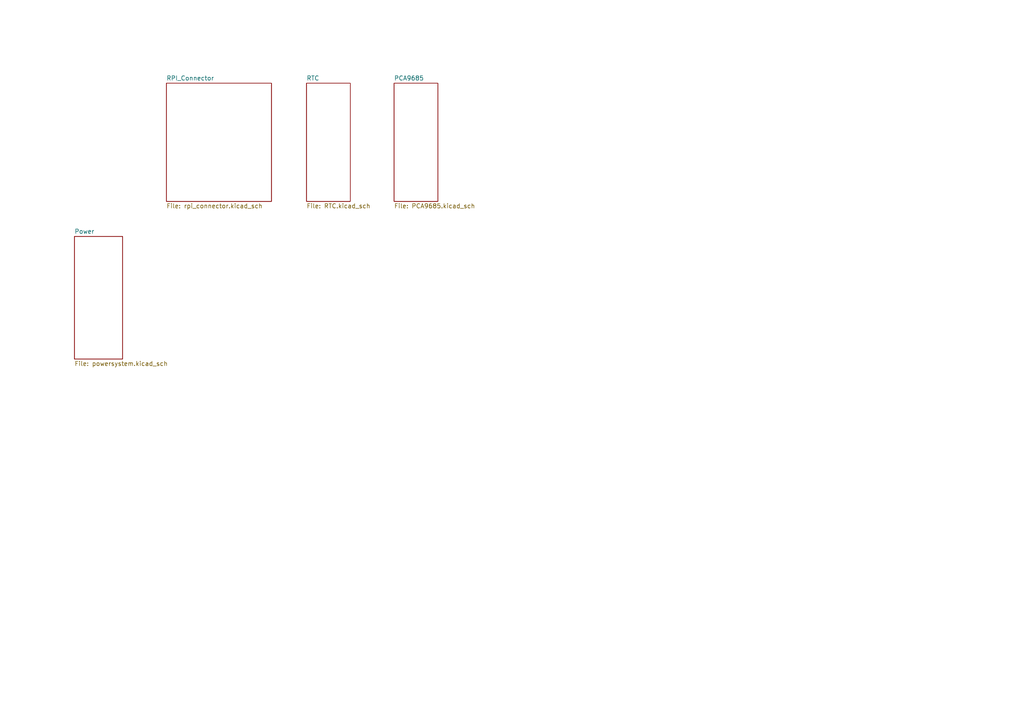
<source format=kicad_sch>
(kicad_sch
	(version 20231120)
	(generator "eeschema")
	(generator_version "8.0")
	(uuid "63d8ebc3-d81d-4869-925f-b28ad884a523")
	(paper "A4")
	(lib_symbols)
	(sheet
		(at 114.3 24.13)
		(size 12.7 34.29)
		(fields_autoplaced yes)
		(stroke
			(width 0.1524)
			(type solid)
		)
		(fill
			(color 0 0 0 0.0000)
		)
		(uuid "6e0152ea-4437-4951-89f1-a365e2dacb39")
		(property "Sheetname" "PCA9685"
			(at 114.3 23.4184 0)
			(effects
				(font
					(size 1.27 1.27)
				)
				(justify left bottom)
			)
		)
		(property "Sheetfile" "PCA9685.kicad_sch"
			(at 114.3 59.0046 0)
			(effects
				(font
					(size 1.27 1.27)
				)
				(justify left top)
			)
		)
		(instances
			(project "habcontroller_v4"
				(path "/63d8ebc3-d81d-4869-925f-b28ad884a523"
					(page "040")
				)
			)
		)
	)
	(sheet
		(at 48.26 24.13)
		(size 30.48 34.29)
		(fields_autoplaced yes)
		(stroke
			(width 0.1524)
			(type solid)
		)
		(fill
			(color 0 0 0 0.0000)
		)
		(uuid "7773dce3-43b2-4fdb-a245-258140eb82d5")
		(property "Sheetname" "RPI_Connector"
			(at 48.26 23.4184 0)
			(effects
				(font
					(size 1.27 1.27)
				)
				(justify left bottom)
			)
		)
		(property "Sheetfile" "rpi_connector.kicad_sch"
			(at 48.26 59.0046 0)
			(effects
				(font
					(size 1.27 1.27)
				)
				(justify left top)
			)
		)
		(instances
			(project "habcontroller_v4"
				(path "/63d8ebc3-d81d-4869-925f-b28ad884a523"
					(page "020")
				)
			)
		)
	)
	(sheet
		(at 21.59 68.58)
		(size 13.97 35.56)
		(fields_autoplaced yes)
		(stroke
			(width 0.1524)
			(type solid)
		)
		(fill
			(color 0 0 0 0.0000)
		)
		(uuid "f2089068-9606-437f-8e60-219a206f66c1")
		(property "Sheetname" "Power"
			(at 21.59 67.8684 0)
			(effects
				(font
					(size 1.27 1.27)
				)
				(justify left bottom)
			)
		)
		(property "Sheetfile" "powersystem.kicad_sch"
			(at 21.59 104.7246 0)
			(effects
				(font
					(size 1.27 1.27)
				)
				(justify left top)
			)
		)
		(instances
			(project "habcontroller_v4"
				(path "/63d8ebc3-d81d-4869-925f-b28ad884a523"
					(page "010")
				)
			)
		)
	)
	(sheet
		(at 88.9 24.13)
		(size 12.7 34.29)
		(fields_autoplaced yes)
		(stroke
			(width 0.1524)
			(type solid)
		)
		(fill
			(color 0 0 0 0.0000)
		)
		(uuid "fff94551-8b7c-4eb8-ba7c-511646405896")
		(property "Sheetname" "RTC"
			(at 88.9 23.4184 0)
			(effects
				(font
					(size 1.27 1.27)
				)
				(justify left bottom)
			)
		)
		(property "Sheetfile" "RTC.kicad_sch"
			(at 88.9 59.0046 0)
			(effects
				(font
					(size 1.27 1.27)
				)
				(justify left top)
			)
		)
		(instances
			(project "habcontroller_v4"
				(path "/63d8ebc3-d81d-4869-925f-b28ad884a523"
					(page "030")
				)
			)
		)
	)
	(sheet_instances
		(path "/"
			(page "001")
		)
	)
)

</source>
